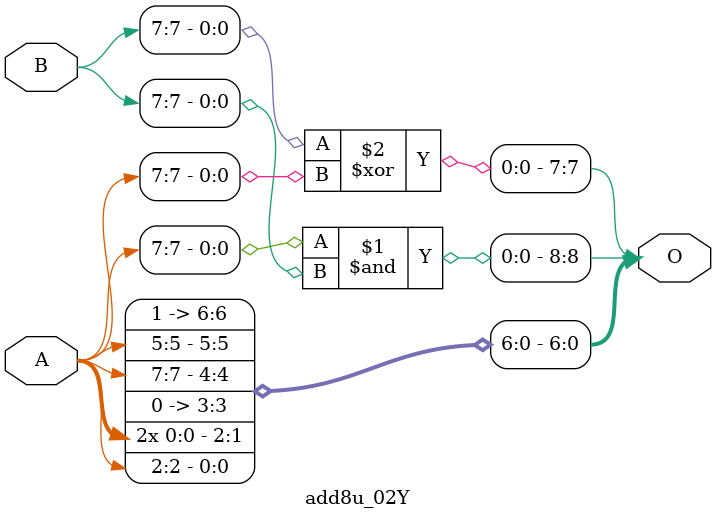
<source format=v>
/***
* This code is a part of EvoApproxLib library (ehw.fit.vutbr.cz/approxlib) distributed under The MIT License.
* When used, please cite the following article(s):  
* This file contains a circuit from a sub-set of pareto optimal circuits with respect to the pwr and mse parameters
***/
// MAE% = 9.88 %
// MAE = 51 
// WCE% = 30.47 %
// WCE = 156 
// WCRE% = 6900.00 %
// EP% = 99.45 %
// MRE% = 24.87 %
// MSE = 3803 
// PDK45_PWR = 0.0015 mW
// PDK45_AREA = 8.0 um2
// PDK45_DELAY = 0.11 ns


module add8u_02Y(A, B, O);
  input [7:0] A, B;
  output [8:0] O;
  assign O[8] = A[7] & B[7];
  assign O[3] = 1'b0;
  assign O[7] = B[7] ^ A[7];
  assign O[6] = 1'b1;
  assign O[0] = A[2];
  assign O[1] = A[0];
  assign O[2] = A[0];
  assign O[4] = A[7];
  assign O[5] = A[5];
endmodule


</source>
